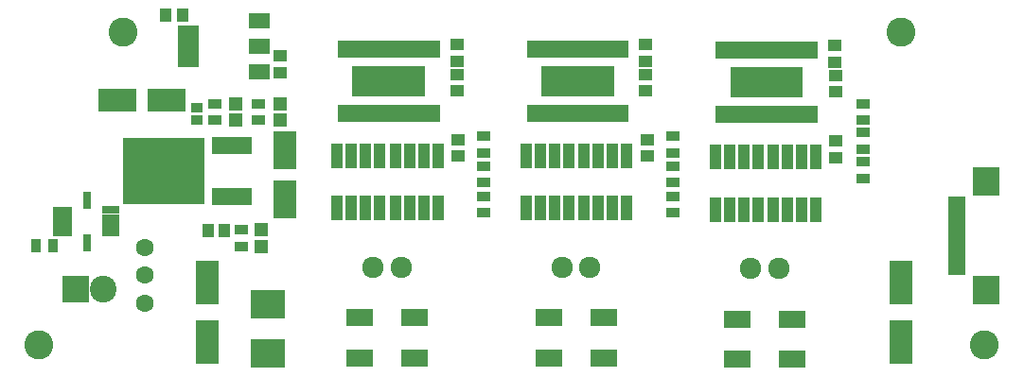
<source format=gts>
G04 #@! TF.GenerationSoftware,KiCad,Pcbnew,(5.0.0)*
G04 #@! TF.CreationDate,2019-07-10T12:28:10+09:00*
G04 #@! TF.ProjectId,MainCircuit_v2_bottom,4D61696E436972637569745F76325F62,rev?*
G04 #@! TF.SameCoordinates,Original*
G04 #@! TF.FileFunction,Soldermask,Top*
G04 #@! TF.FilePolarity,Negative*
%FSLAX46Y46*%
G04 Gerber Fmt 4.6, Leading zero omitted, Abs format (unit mm)*
G04 Created by KiCad (PCBNEW (5.0.0)) date 07/10/19 12:28:10*
%MOMM*%
%LPD*%
G01*
G04 APERTURE LIST*
%ADD10R,1.120000X2.180000*%
%ADD11R,1.200000X0.900000*%
%ADD12C,1.924000*%
%ADD13R,3.400000X2.000000*%
%ADD14C,1.600000*%
%ADD15R,0.730000X1.600000*%
%ADD16R,1.600000X0.730000*%
%ADD17R,1.700000X0.730000*%
%ADD18R,1.200000X1.200000*%
%ADD19R,2.000000X3.900000*%
%ADD20R,1.100000X1.200000*%
%ADD21R,3.134000X2.559000*%
%ADD22R,2.400000X2.400000*%
%ADD23C,2.400000*%
%ADD24R,1.200000X1.100000*%
%ADD25R,0.800000X1.500000*%
%ADD26R,1.942500X1.600000*%
%ADD27R,7.400000X5.900000*%
%ADD28R,3.600000X1.600000*%
%ADD29C,2.600000*%
%ADD30R,1.100000X0.900000*%
%ADD31R,2.000000X3.400000*%
%ADD32R,0.900000X1.200000*%
%ADD33R,1.900000X1.400000*%
%ADD34R,1.900000X3.700000*%
%ADD35R,2.400000X1.600000*%
%ADD36R,2.400000X2.600000*%
%ADD37R,1.650000X0.630000*%
%ADD38R,2.400000X2.200000*%
G04 APERTURE END LIST*
D10*
G04 #@! TO.C,FET2*
X136680000Y-96330000D03*
X135410000Y-96330000D03*
X134140000Y-96330000D03*
X137950000Y-96330000D03*
X134140000Y-91650000D03*
X135410000Y-91650000D03*
X136680000Y-91650000D03*
X137950000Y-91650000D03*
G04 #@! TD*
D11*
G04 #@! TO.C,R12*
X181150000Y-93650000D03*
X181150000Y-92150000D03*
G04 #@! TD*
G04 #@! TO.C,R15*
X164150000Y-94050000D03*
X164150000Y-92550000D03*
G04 #@! TD*
D12*
G04 #@! TO.C,J3*
X154250000Y-101650000D03*
X156750000Y-101650000D03*
G04 #@! TD*
D13*
G04 #@! TO.C,C42*
X114450000Y-86650000D03*
X118850000Y-86650000D03*
G04 #@! TD*
D11*
G04 #@! TO.C,R32*
X123150000Y-86950000D03*
X123150000Y-88450000D03*
G04 #@! TD*
D14*
G04 #@! TO.C,SW2*
X116950000Y-104850000D03*
X116950000Y-102350000D03*
X116950000Y-99850000D03*
G04 #@! TD*
D15*
G04 #@! TO.C,Q1*
X111750000Y-99400000D03*
X111750000Y-95600000D03*
D16*
X113850000Y-96500000D03*
X113850000Y-97200000D03*
X113850000Y-97850000D03*
X113850000Y-98500000D03*
D17*
X109550000Y-98500000D03*
X109550000Y-97850000D03*
X109550000Y-97200000D03*
X109550000Y-96550000D03*
G04 #@! TD*
D18*
G04 #@! TO.C,D2*
X125050000Y-86950000D03*
X125050000Y-88450000D03*
G04 #@! TD*
D11*
G04 #@! TO.C,R31*
X125550000Y-98250000D03*
X125550000Y-99750000D03*
G04 #@! TD*
D19*
G04 #@! TO.C,C38*
X122550000Y-102950000D03*
X122550000Y-108350000D03*
G04 #@! TD*
D20*
G04 #@! TO.C,C40*
X122575000Y-98350000D03*
X124075000Y-98350000D03*
G04 #@! TD*
D18*
G04 #@! TO.C,D1*
X127350000Y-98250000D03*
X127350000Y-99750000D03*
G04 #@! TD*
D21*
G04 #@! TO.C,D6*
X127950000Y-109370000D03*
X127950000Y-104950000D03*
G04 #@! TD*
D22*
G04 #@! TO.C,J6*
X110700000Y-103600000D03*
D23*
X113200000Y-103600000D03*
G04 #@! TD*
D24*
G04 #@! TO.C,C18*
X178700000Y-85925000D03*
X178700000Y-84425000D03*
G04 #@! TD*
G04 #@! TO.C,C20*
X178750000Y-90275000D03*
X178750000Y-91775000D03*
G04 #@! TD*
G04 #@! TO.C,C23*
X161850000Y-90175000D03*
X161850000Y-91675000D03*
G04 #@! TD*
D25*
G04 #@! TO.C,IC1*
X134525000Y-87800000D03*
X135175000Y-87800000D03*
X135825000Y-87800000D03*
X136475000Y-87800000D03*
X137125000Y-87800000D03*
X137775000Y-87800000D03*
X138425000Y-87800000D03*
X139075000Y-87800000D03*
X139725000Y-87800000D03*
X140375000Y-87800000D03*
X141025000Y-87800000D03*
X141675000Y-87800000D03*
X142325000Y-87800000D03*
X142975000Y-87800000D03*
X142975000Y-82100000D03*
X142325000Y-82100000D03*
X141675000Y-82100000D03*
X141025000Y-82100000D03*
X140375000Y-82100000D03*
X139725000Y-82100000D03*
X139075000Y-82100000D03*
X138425000Y-82100000D03*
X137775000Y-82100000D03*
X137125000Y-82100000D03*
X136475000Y-82100000D03*
X135825000Y-82100000D03*
X135175000Y-82100000D03*
X134525000Y-82100000D03*
D26*
X141063750Y-84350000D03*
X139521250Y-84350000D03*
X137978750Y-84350000D03*
X136436250Y-84350000D03*
X141063750Y-85550000D03*
X139521250Y-85550000D03*
X137978750Y-85550000D03*
X136436250Y-85550000D03*
G04 #@! TD*
D10*
G04 #@! TO.C,FET1*
X141880000Y-96330000D03*
X140610000Y-96330000D03*
X139340000Y-96330000D03*
X143150000Y-96330000D03*
X139340000Y-91650000D03*
X140610000Y-91650000D03*
X141880000Y-91650000D03*
X143150000Y-91650000D03*
G04 #@! TD*
D24*
G04 #@! TO.C,C14*
X178650000Y-81775000D03*
X178650000Y-83275000D03*
G04 #@! TD*
D11*
G04 #@! TO.C,R6*
X147250000Y-91350000D03*
X147250000Y-89850000D03*
G04 #@! TD*
D20*
G04 #@! TO.C,C43*
X120325000Y-79050000D03*
X118825000Y-79050000D03*
G04 #@! TD*
D27*
G04 #@! TO.C,U3*
X118630000Y-92970000D03*
D28*
X124750000Y-90690000D03*
X124750000Y-95250000D03*
G04 #@! TD*
D29*
G04 #@! TO.C,REF\002A\002A*
X114950000Y-80550000D03*
G04 #@! TD*
G04 #@! TO.C,REF\002A\002A*
X184550000Y-80550000D03*
G04 #@! TD*
G04 #@! TO.C,REF\002A\002A*
X192050000Y-108550000D03*
G04 #@! TD*
G04 #@! TO.C,REF\002A\002A*
X107450000Y-108550000D03*
G04 #@! TD*
D30*
G04 #@! TO.C,C41*
X121550000Y-88450000D03*
X121550000Y-87350000D03*
G04 #@! TD*
D24*
G04 #@! TO.C,C44*
X129050000Y-82675000D03*
X129050000Y-84175000D03*
G04 #@! TD*
D31*
G04 #@! TO.C,C45*
X129450000Y-91150000D03*
X129450000Y-95550000D03*
G04 #@! TD*
D18*
G04 #@! TO.C,D3*
X129050000Y-86950000D03*
X129050000Y-88450000D03*
G04 #@! TD*
D32*
G04 #@! TO.C,R30*
X108700000Y-99700000D03*
X107200000Y-99700000D03*
G04 #@! TD*
D11*
G04 #@! TO.C,R33*
X127050000Y-86950000D03*
X127050000Y-88450000D03*
G04 #@! TD*
D33*
G04 #@! TO.C,U4*
X127150000Y-84150000D03*
X127150000Y-79550000D03*
X127150000Y-81850000D03*
D34*
X120850000Y-81850000D03*
G04 #@! TD*
D24*
G04 #@! TO.C,C5*
X144850000Y-81675000D03*
X144850000Y-83175000D03*
G04 #@! TD*
G04 #@! TO.C,C7*
X144850000Y-84325000D03*
X144850000Y-85825000D03*
G04 #@! TD*
G04 #@! TO.C,C8*
X144950000Y-90175000D03*
X144950000Y-91675000D03*
G04 #@! TD*
D35*
G04 #@! TO.C,C11*
X136150000Y-109750000D03*
X136150000Y-106150000D03*
G04 #@! TD*
G04 #@! TO.C,C12*
X141050000Y-106150000D03*
X141050000Y-109750000D03*
G04 #@! TD*
D19*
G04 #@! TO.C,C13*
X184550000Y-108350000D03*
X184550000Y-102950000D03*
G04 #@! TD*
D24*
G04 #@! TO.C,C15*
X161750000Y-83175000D03*
X161750000Y-81675000D03*
G04 #@! TD*
G04 #@! TO.C,C19*
X161750000Y-85825000D03*
X161750000Y-84325000D03*
G04 #@! TD*
D35*
G04 #@! TO.C,C26*
X174850000Y-106250000D03*
X174850000Y-109850000D03*
G04 #@! TD*
G04 #@! TO.C,C27*
X157950000Y-106150000D03*
X157950000Y-109750000D03*
G04 #@! TD*
G04 #@! TO.C,C28*
X169950000Y-109850000D03*
X169950000Y-106250000D03*
G04 #@! TD*
G04 #@! TO.C,C29*
X153050000Y-109750000D03*
X153050000Y-106150000D03*
G04 #@! TD*
D10*
G04 #@! TO.C,FET3*
X175680000Y-96430000D03*
X174410000Y-96430000D03*
X173140000Y-96430000D03*
X176950000Y-96430000D03*
X173140000Y-91750000D03*
X174410000Y-91750000D03*
X175680000Y-91750000D03*
X176950000Y-91750000D03*
G04 #@! TD*
G04 #@! TO.C,FET4*
X171750000Y-91750000D03*
X170480000Y-91750000D03*
X169210000Y-91750000D03*
X167940000Y-91750000D03*
X171750000Y-96430000D03*
X167940000Y-96430000D03*
X169210000Y-96430000D03*
X170480000Y-96430000D03*
G04 #@! TD*
G04 #@! TO.C,FET5*
X160050000Y-91650000D03*
X158780000Y-91650000D03*
X157510000Y-91650000D03*
X156240000Y-91650000D03*
X160050000Y-96330000D03*
X156240000Y-96330000D03*
X157510000Y-96330000D03*
X158780000Y-96330000D03*
G04 #@! TD*
G04 #@! TO.C,FET6*
X153580000Y-96330000D03*
X152310000Y-96330000D03*
X151040000Y-96330000D03*
X154850000Y-96330000D03*
X151040000Y-91650000D03*
X152310000Y-91650000D03*
X153580000Y-91650000D03*
X154850000Y-91650000D03*
G04 #@! TD*
D25*
G04 #@! TO.C,IC2*
X168325000Y-87900000D03*
X168975000Y-87900000D03*
X169625000Y-87900000D03*
X170275000Y-87900000D03*
X170925000Y-87900000D03*
X171575000Y-87900000D03*
X172225000Y-87900000D03*
X172875000Y-87900000D03*
X173525000Y-87900000D03*
X174175000Y-87900000D03*
X174825000Y-87900000D03*
X175475000Y-87900000D03*
X176125000Y-87900000D03*
X176775000Y-87900000D03*
X176775000Y-82200000D03*
X176125000Y-82200000D03*
X175475000Y-82200000D03*
X174825000Y-82200000D03*
X174175000Y-82200000D03*
X173525000Y-82200000D03*
X172875000Y-82200000D03*
X172225000Y-82200000D03*
X171575000Y-82200000D03*
X170925000Y-82200000D03*
X170275000Y-82200000D03*
X169625000Y-82200000D03*
X168975000Y-82200000D03*
X168325000Y-82200000D03*
D26*
X174863750Y-84450000D03*
X173321250Y-84450000D03*
X171778750Y-84450000D03*
X170236250Y-84450000D03*
X174863750Y-85650000D03*
X173321250Y-85650000D03*
X171778750Y-85650000D03*
X170236250Y-85650000D03*
G04 #@! TD*
G04 #@! TO.C,IC3*
X153336250Y-85550000D03*
X154878750Y-85550000D03*
X156421250Y-85550000D03*
X157963750Y-85550000D03*
X153336250Y-84350000D03*
X154878750Y-84350000D03*
X156421250Y-84350000D03*
X157963750Y-84350000D03*
D25*
X151425000Y-82100000D03*
X152075000Y-82100000D03*
X152725000Y-82100000D03*
X153375000Y-82100000D03*
X154025000Y-82100000D03*
X154675000Y-82100000D03*
X155325000Y-82100000D03*
X155975000Y-82100000D03*
X156625000Y-82100000D03*
X157275000Y-82100000D03*
X157925000Y-82100000D03*
X158575000Y-82100000D03*
X159225000Y-82100000D03*
X159875000Y-82100000D03*
X159875000Y-87800000D03*
X159225000Y-87800000D03*
X158575000Y-87800000D03*
X157925000Y-87800000D03*
X157275000Y-87800000D03*
X156625000Y-87800000D03*
X155975000Y-87800000D03*
X155325000Y-87800000D03*
X154675000Y-87800000D03*
X154025000Y-87800000D03*
X153375000Y-87800000D03*
X152725000Y-87800000D03*
X152075000Y-87800000D03*
X151425000Y-87800000D03*
G04 #@! TD*
D12*
G04 #@! TO.C,J1*
X137350000Y-101650000D03*
X139850000Y-101650000D03*
G04 #@! TD*
G04 #@! TO.C,J2*
X173650000Y-101750000D03*
X171150000Y-101750000D03*
G04 #@! TD*
D36*
G04 #@! TO.C,J14*
X192225000Y-93900000D03*
X192225000Y-103700000D03*
D37*
X189550000Y-95550000D03*
D38*
X192225000Y-103700000D03*
X192225000Y-93900000D03*
D37*
X189550000Y-96050000D03*
X189550000Y-96550000D03*
X189550000Y-97050000D03*
X189550000Y-97550000D03*
X189550000Y-98050000D03*
X189550000Y-98550000D03*
X189550000Y-99050000D03*
X189550000Y-99550000D03*
X189550000Y-100050000D03*
X189550000Y-100550000D03*
X189550000Y-101050000D03*
X189550000Y-101550000D03*
X189550000Y-102050000D03*
G04 #@! TD*
D11*
G04 #@! TO.C,R4*
X147250000Y-96750000D03*
X147250000Y-95250000D03*
G04 #@! TD*
G04 #@! TO.C,R5*
X147250000Y-92550000D03*
X147250000Y-94050000D03*
G04 #@! TD*
G04 #@! TO.C,R13*
X164150000Y-95250000D03*
X164150000Y-96750000D03*
G04 #@! TD*
G04 #@! TO.C,R14*
X181150000Y-89550000D03*
X181150000Y-91050000D03*
G04 #@! TD*
G04 #@! TO.C,R16*
X181150000Y-86950000D03*
X181150000Y-88450000D03*
G04 #@! TD*
G04 #@! TO.C,R17*
X164150000Y-91350000D03*
X164150000Y-89850000D03*
G04 #@! TD*
M02*

</source>
